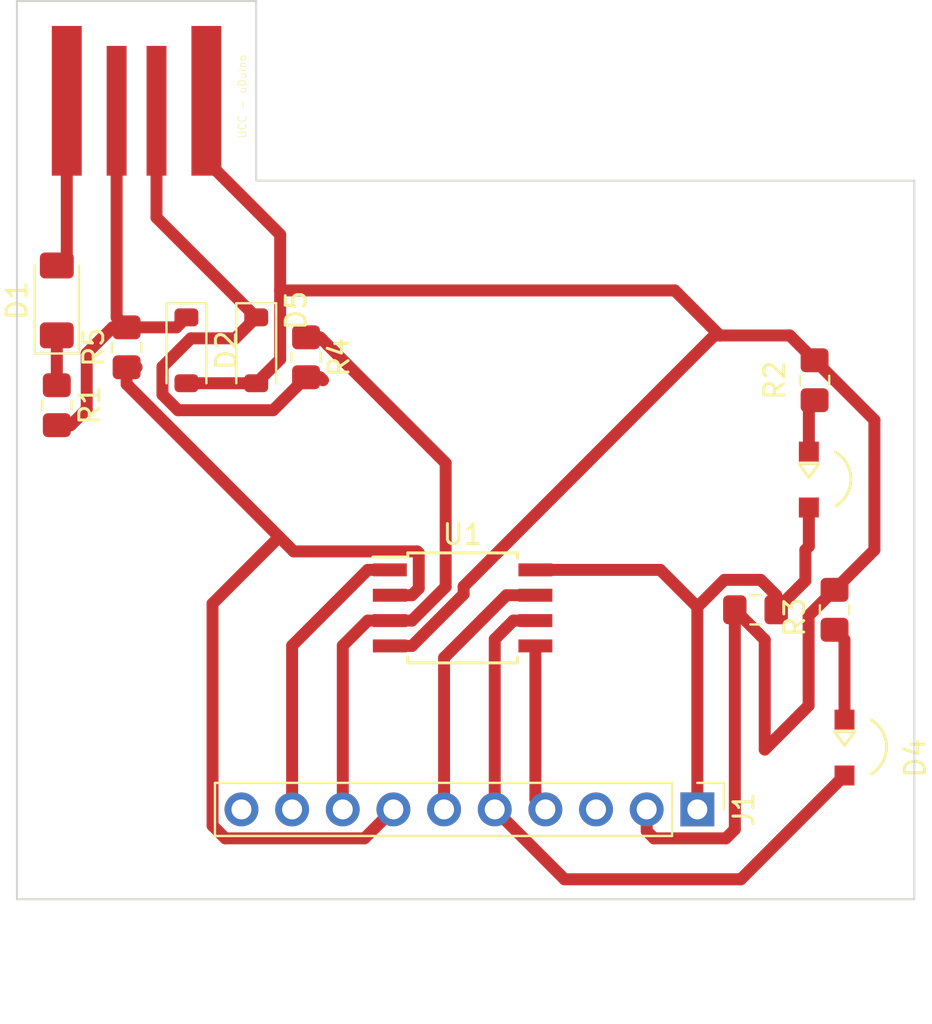
<source format=kicad_pcb>
(kicad_pcb (version 20240108) (generator "pcbnew") (generator_version "8.0")
  (layers (0 "F.Cu" signal) (31 "B.Cu" signal) (34 "B.Paste" user) (35 "F.Paste" user) (36 "B.SilkS" user "B.Silkscreen") (37 "F.SilkS" user "F.Silkscreen") (38 "B.Mask" user) (39 "F.Mask" user) (44 "Edge.Cuts" user))
  (net 0 "")
  (net 1 "GND")
  (net 2 "Net-(D1-A)")
  (net 3 "+5V")
  (net 4 "Net-(D2-K)")
  (net 5 "Net-(D3-K)")
  (net 6 "Net-(D4-K)")
  (net 7 "Net-(D4-A)")
  (net 8 "Net-(D5-K)")
  (net 9 "Net-(J1-Pin_4)")
  (net 10 "Net-(J1-Pin_7)")
  (net 12 "Net-(J1-Pin_6)")
  (net 13 "Net-(J1-Pin_9)")
  (net 14 "Net-(J1-Pin_8)")
  (net 15 "unconnected-(J1-Pin_10-Pad10)")
  (footprint "Diode_SMD:D_SOD-123" (layer "F.Cu") (at 81 76.5 -90)
    (property "Reference" "D5" (at -2 -2 90) (layer "F.SilkS"))
    (property "Value" "D_Zener  3.6V 1/2mW")
    (fp_line (start -2.36 1) (end 1.65 1) (stroke (width 0.12)) (layer "F.SilkS"))
    (fp_line (start -2.36 -1) (end -2.36 1) (stroke (width 0.12)) (layer "F.SilkS"))
    (fp_line (start -2.36 -1) (end 1.65 -1) (stroke (width 0.12)) (layer "F.SilkS"))
    (pad "1" smd roundrect (at -1.65 0 270) (size 0.9 1.2) (layers "F.Cu" "F.Paste" "F.Mask") (net 8 "Net-(D5-K)"))
    (pad "2" smd roundrect (at 1.65 0 270) (size 0.9 1.2) (layers "F.Cu" "F.Paste" "F.Mask") (net 1 "GND"))
  )
  (footprint "Package_SO:SOIC-8W_5.3x5.3mm_P1.27mm" (layer "F.Cu") (at 91.35 89.405)
    (property "Reference" "U1" (at 0 -3.68 0) (layer "F.SilkS"))
    (property "Value" "ATtiny85-20S")
    (fp_line (start -2.75 -2.755) (end -2.75 -2.55) (stroke (width 0.15)) (layer "F.SilkS"))
    (fp_line (start -2.75 -2.755) (end 2.75 -2.755) (stroke (width 0.15)) (layer "F.SilkS"))
    (fp_line (start -2.75 -2.55) (end -4.5 -2.55) (stroke (width 0.15)) (layer "F.SilkS"))
    (fp_line (start -2.75 2.755) (end -2.75 2.455) (stroke (width 0.15)) (layer "F.SilkS"))
    (fp_line (start -2.75 2.755) (end 2.75 2.755) (stroke (width 0.15)) (layer "F.SilkS"))
    (fp_line (start 2.75 -2.755) (end 2.75 -2.455) (stroke (width 0.15)) (layer "F.SilkS"))
    (fp_line (start 2.75 2.755) (end 2.75 2.455) (stroke (width 0.15)) (layer "F.SilkS"))
    (pad "1" smd rect (at -3.65 -1.905) (size 1.7 0.65) (layers "F.Cu" "F.Paste" "F.Mask") (net 13 "Net-(J1-Pin_9)"))
    (pad "2" smd rect (at -3.65 -0.635) (size 1.7 0.65) (layers "F.Cu" "F.Paste" "F.Mask") (net 10 "Net-(J1-Pin_7)"))
    (pad "3" smd rect (at -3.65 0.635) (size 1.7 0.65) (layers "F.Cu" "F.Paste" "F.Mask") (net 14 "Net-(J1-Pin_8)"))
    (pad "4" smd rect (at -3.65 1.905) (size 1.7 0.65) (layers "F.Cu" "F.Paste" "F.Mask") (net 1 "GND"))
    (pad "5" smd rect (at 3.65 1.905) (size 1.7 0.65) (layers "F.Cu" "F.Paste" "F.Mask") (net 9 "Net-(J1-Pin_4)"))
    (pad "6" smd rect (at 3.65 0.635) (size 1.7 0.65) (layers "F.Cu" "F.Paste" "F.Mask") (net 7 "Net-(D4-A)"))
    (pad "7" smd rect (at 3.65 -0.635) (size 1.7 0.65) (layers "F.Cu" "F.Paste" "F.Mask") (net 12 "Net-(J1-Pin_6)"))
    (pad "8" smd rect (at 3.65 -1.905) (size 1.7 0.65) (layers "F.Cu" "F.Paste" "F.Mask") (net 3 "+5V"))
  )
  (footprint "ledSmd:ledSMD" (layer "F.Cu") (at 108.7125 83.375 -90)
    (property "Reference" "D3" (hide yes))
    (property "Value" "LED_RED")
    (fp_line (start -1.2 0.5) (end -1.2 -0.5) (stroke (width 0.15)) (layer "F.SilkS"))
    (fp_line (start -0.5 0) (end -1.2 0.5) (stroke (width 0.15)) (layer "F.SilkS"))
    (fp_line (start -1.15 -0.475) (end -0.5 0) (stroke (width 0.15)) (layer "F.SilkS"))
    (fp_arc (start -1.786089 -1.331572) (mid -0.435753 -2.107089) (end 0.924999 -1.349999) (stroke (width 0.15)) (layer "F.SilkS"))
    (pad "1" smd rect (at -1.8 0 270) (size 1 1) (layers "F.Cu" "F.Paste" "F.Mask") (net 5 "Net-(D3-K)"))
    (pad "2" smd rect (at 1 0 270) (size 1 1) (layers "F.Cu" "F.Paste" "F.Mask") (net 3 "+5V"))
  )
  (footprint "embeddedPcbUsb:USB_A_UCC" (layer "F.Cu") (at 75 64.2 -90)
    (property "Reference" "J2" (hide yes))
    (property "Value" "USB_PCB_A" (hide yes))
    (fp_text user "UCC - uDuino" (at -2.54 -5.08 90) (layer "F.SilkS") (effects (font (size 0.38608 0.38608) (thickness 0.032512)) (justify right top)))
    (pad "1" smd rect (at -0.2 3.5 270) (size 7.5 1.5) (layers "F.Cu" "F.Paste" "F.Mask") (net 2 "Net-(D1-A)"))
    (pad "2" smd rect (at 0.3 1 270) (size 6.5 1) (layers "F.Cu" "F.Paste" "F.Mask") (net 4 "Net-(D2-K)"))
    (pad "3" smd rect (at 0.3 -1 270) (size 6.5 1) (layers "F.Cu" "F.Paste" "F.Mask") (net 8 "Net-(D5-K)"))
    (pad "4" smd rect (at -0.2 -3.5 270) (size 7.5 1.5) (layers "F.Cu" "F.Paste" "F.Mask") (net 1 "GND"))
  )
  (footprint "Capacitor_SMD:C_0805_2012Metric_Pad1.18x1.45mm_HandSolder" (layer "F.Cu") (at 106.0375 89.5 180)
    (property "Reference" "C1" (hide yes))
    (property "Value" "C 0.1u")
    (fp_line (start -0.261252 0.735) (end 0.261252 0.735) (stroke (width 0.12)) (layer "F.SilkS"))
    (fp_line (start -0.261252 -0.735) (end 0.261252 -0.735) (stroke (width 0.12)) (layer "F.SilkS"))
    (pad "1" smd roundrect (at -1.0375 0 180) (size 1.175 1.45) (layers "F.Cu" "F.Paste" "F.Mask") (roundrect_rratio 0.212766) (net 3 "+5V"))
    (pad "2" smd roundrect (at 1.0375 0 180) (size 1.175 1.45) (layers "F.Cu" "F.Paste" "F.Mask") (roundrect_rratio 0.212766) (net 1 "GND"))
  )
  (footprint "Connector_PinHeader_2.54mm:PinHeader_1x10_P2.54mm_Vertical" (layer "F.Cu") (at 103.12 99.5 -90)
    (property "Reference" "J1" (at 0 -2.33 90) (layer "F.SilkS"))
    (property "Value" "Conn_01x10_Socket HEADER")
    (fp_line (start -1.33 24.19) (end 1.33 24.19) (stroke (width 0.12)) (layer "F.SilkS"))
    (fp_line (start -1.33 1.27) (end -1.33 24.19) (stroke (width 0.12)) (layer "F.SilkS"))
    (fp_line (start -1.33 1.27) (end 1.33 1.27) (stroke (width 0.12)) (layer "F.SilkS"))
    (fp_line (start 1.33 1.27) (end 1.33 24.19) (stroke (width 0.12)) (layer "F.SilkS"))
    (fp_line (start -1.33 0) (end -1.33 -1.33) (stroke (width 0.12)) (layer "F.SilkS"))
    (fp_line (start -1.33 -1.33) (end 0 -1.33) (stroke (width 0.12)) (layer "F.SilkS"))
    (pad "1" thru_hole rect (at 0 0 270) (size 1.7 1.7) (drill 1) (layers "*.Cu" "*.Mask") (net 3 "+5V"))
    (pad "2" thru_hole oval (at 0 2.54 270) (size 1.7 1.7) (drill 1) (layers "*.Cu" "*.Mask") (net 1 "GND"))
    (pad "3" thru_hole oval (at 0 5.08 270) (size 1.7 1.7) (drill 1) (layers "*.Cu" "*.Mask"))
    (pad "4" thru_hole oval (at 0 7.62 270) (size 1.7 1.7) (drill 1) (layers "*.Cu" "*.Mask") (net 9 "Net-(J1-Pin_4)"))
    (pad "5" thru_hole oval (at 0 10.16 270) (size 1.7 1.7) (drill 1) (layers "*.Cu" "*.Mask") (net 7 "Net-(D4-A)"))
    (pad "6" thru_hole oval (at 0 12.7 270) (size 1.7 1.7) (drill 1) (layers "*.Cu" "*.Mask") (net 12 "Net-(J1-Pin_6)"))
    (pad "7" thru_hole oval (at 0 15.24 270) (size 1.7 1.7) (drill 1) (layers "*.Cu" "*.Mask") (net 10 "Net-(J1-Pin_7)"))
    (pad "8" thru_hole oval (at 0 17.78 270) (size 1.7 1.7) (drill 1) (layers "*.Cu" "*.Mask") (net 14 "Net-(J1-Pin_8)"))
    (pad "9" thru_hole oval (at 0 20.32 270) (size 1.7 1.7) (drill 1) (layers "*.Cu" "*.Mask") (net 13 "Net-(J1-Pin_9)"))
    (pad "10" thru_hole oval (at 0 22.86 270) (size 1.7 1.7) (drill 1) (layers "*.Cu" "*.Mask") (net 15 "unconnected-(J1-Pin_10-Pad10)"))
  )
  (footprint "Diode_SMD:D_MiniMELF" (layer "F.Cu") (at 71 74 90)
    (property "Reference" "D1" (at 0 -2 90) (layer "F.SilkS"))
    (property "Value" "D_Filled PMLL4148L")
    (fp_line (start 1.75 -1.11) (end -2.66 -1.11) (stroke (width 0.12)) (layer "F.SilkS"))
    (fp_line (start -2.66 -1.11) (end -2.66 1.11) (stroke (width 0.12)) (layer "F.SilkS"))
    (fp_line (start -2.66 1.11) (end 1.75 1.11) (stroke (width 0.12)) (layer "F.SilkS"))
    (pad "1" smd roundrect (at -1.75 0 90) (size 1.3 1.7) (layers "F.Cu" "F.Paste" "F.Mask") (roundrect_rratio 0.1923076923) (net 3 "+5V"))
    (pad "2" smd roundrect (at 1.75 0 90) (size 1.3 1.7) (layers "F.Cu" "F.Paste" "F.Mask") (roundrect_rratio 0.1923076923) (net 2 "Net-(D1-A)"))
  )
  (footprint "ledSmd:ledSMD" (layer "F.Cu") (at 110.5 96.8 -90)
    (property "Reference" "D4" (at 0.125 -3.55 90) (layer "F.SilkS"))
    (property "Value" "LED_GREEN")
    (fp_line (start -1.2 0.5) (end -1.2 -0.5) (stroke (width 0.15)) (layer "F.SilkS"))
    (fp_line (start -0.5 0) (end -1.2 0.5) (stroke (width 0.15)) (layer "F.SilkS"))
    (fp_line (start -1.15 -0.475) (end -0.5 0) (stroke (width 0.15)) (layer "F.SilkS"))
    (fp_arc (start -1.786089 -1.331572) (mid -0.435753 -2.107089) (end 0.924999 -1.349999) (stroke (width 0.15)) (layer "F.SilkS"))
    (pad "1" smd rect (at -1.8 0 270) (size 1 1) (layers "F.Cu" "F.Paste" "F.Mask") (net 6 "Net-(D4-K)"))
    (pad "2" smd rect (at 1 0 270) (size 1 1) (layers "F.Cu" "F.Paste" "F.Mask") (net 7 "Net-(D4-A)"))
  )
  (footprint "Resistor_SMD:R_0805_2012Metric_Pad1.20x1.40mm_HandSolder" (layer "F.Cu") (at 110 89.5 90)
    (property "Reference" "R3" (at -0.375 -2 90) (layer "F.SilkS"))
    (property "Value" "R 330Q 5% 1/8W")
    (fp_line (start -0.227064 -0.735) (end 0.227064 -0.735) (stroke (width 0.12)) (layer "F.SilkS"))
    (fp_line (start -0.227064 0.735) (end 0.227064 0.735) (stroke (width 0.12)) (layer "F.SilkS"))
    (pad "1" smd roundrect (at -1 0 90) (size 1.2 1.4) (layers "F.Cu" "F.Paste" "F.Mask") (roundrect_rratio 0.208333) (net 6 "Net-(D4-K)"))
    (pad "2" smd roundrect (at 1 0 90) (size 1.2 1.4) (layers "F.Cu" "F.Paste" "F.Mask") (roundrect_rratio 0.208333) (net 1 "GND"))
  )
  (footprint "Diode_SMD:D_SOD-123" (layer "F.Cu") (at 77.5 76.5 -90)
    (property "Reference" "D2" (at 0 -2 90) (layer "F.SilkS"))
    (property "Value" "D_Zener 3.6V 1/2mW")
    (fp_line (start -2.36 1) (end 1.65 1) (stroke (width 0.12)) (layer "F.SilkS"))
    (fp_line (start -2.36 -1) (end -2.36 1) (stroke (width 0.12)) (layer "F.SilkS"))
    (fp_line (start -2.36 -1) (end 1.65 -1) (stroke (width 0.12)) (layer "F.SilkS"))
    (pad "1" smd roundrect (at -1.65 0 270) (size 0.9 1.2) (layers "F.Cu" "F.Paste" "F.Mask") (net 4 "Net-(D2-K)"))
    (pad "2" smd roundrect (at 1.65 0 270) (size 0.9 1.2) (layers "F.Cu" "F.Paste" "F.Mask") (net 1 "GND"))
  )
  (footprint "Resistor_SMD:R_0805_2012Metric_Pad1.20x1.40mm_HandSolder" (layer "F.Cu") (at 71 79.25 -90)
    (property "Reference" "R1" (at 0 -1.65 90) (layer "F.SilkS"))
    (property "Value" "R 1.5KQ	5% 1/8W")
    (fp_line (start -0.227064 0.735) (end 0.227064 0.735) (stroke (width 0.12)) (layer "F.SilkS"))
    (fp_line (start -0.227064 -0.735) (end 0.227064 -0.735) (stroke (width 0.12)) (layer "F.SilkS"))
    (pad "1" smd roundrect (at -1 0 270) (size 1.2 1.4) (layers "F.Cu" "F.Paste" "F.Mask") (roundrect_rratio 0.208333) (net 3 "+5V"))
    (pad "2" smd roundrect (at 1 0 270) (size 1.2 1.4) (layers "F.Cu" "F.Paste" "F.Mask") (roundrect_rratio 0.208333) (net 4 "Net-(D2-K)"))
  )
  (footprint "Resistor_SMD:R_0805_2012Metric_Pad1.20x1.40mm_HandSolder" (layer "F.Cu") (at 109 78 90)
    (property "Reference" "R2" (at 0 -2 90) (layer "F.SilkS"))
    (property "Value" "R 330Q 5% 1/8W")
    (fp_line (start -0.227064 -0.735) (end 0.227064 -0.735) (stroke (width 0.12)) (layer "F.SilkS"))
    (fp_line (start -0.227064 0.735) (end 0.227064 0.735) (stroke (width 0.12)) (layer "F.SilkS"))
    (pad "1" smd roundrect (at -1 0 90) (size 1.2 1.4) (layers "F.Cu" "F.Paste" "F.Mask") (roundrect_rratio 0.208333) (net 5 "Net-(D3-K)"))
    (pad "2" smd roundrect (at 1 0 90) (size 1.2 1.4) (layers "F.Cu" "F.Paste" "F.Mask") (roundrect_rratio 0.208333) (net 1 "GND"))
  )
  (footprint "Resistor_SMD:R_0805_2012Metric_Pad1.20x1.40mm_HandSolder" (layer "F.Cu") (at 74.5 76.35 90)
    (property "Reference" "R5" (at 0 -1.65 90) (layer "F.SilkS"))
    (property "Value" "R 68Q 5% 1/8W")
    (fp_line (start -0.227064 -0.735) (end 0.227064 -0.735) (stroke (width 0.12)) (layer "F.SilkS"))
    (fp_line (start -0.227064 0.735) (end 0.227064 0.735) (stroke (width 0.12)) (layer "F.SilkS"))
    (pad "1" smd roundrect (at -1 0 90) (size 1.2 1.4) (layers "F.Cu" "F.Paste" "F.Mask") (roundrect_rratio 0.208333) (net 10 "Net-(J1-Pin_7)"))
    (pad "2" smd roundrect (at 1 0 90) (size 1.2 1.4) (layers "F.Cu" "F.Paste" "F.Mask") (roundrect_rratio 0.208333) (net 4 "Net-(D2-K)"))
  )
  (footprint "Resistor_SMD:R_0805_2012Metric_Pad1.20x1.40mm_HandSolder" (layer "F.Cu") (at 83.5 76.85 -90)
    (property "Reference" "R4" (at 0 -1.65 90) (layer "F.SilkS"))
    (property "Value" "R 68Q 5% 1/8W")
    (fp_line (start -0.227064 0.735) (end 0.227064 0.735) (stroke (width 0.12)) (layer "F.SilkS"))
    (fp_line (start -0.227064 -0.735) (end 0.227064 -0.735) (stroke (width 0.12)) (layer "F.SilkS"))
    (pad "1" smd roundrect (at -1 0 270) (size 1.2 1.4) (layers "F.Cu" "F.Paste" "F.Mask") (roundrect_rratio 0.208333) (net 14 "Net-(J1-Pin_8)"))
    (pad "2" smd roundrect (at 1 0 270) (size 1.2 1.4) (layers "F.Cu" "F.Paste" "F.Mask") (roundrect_rratio 0.208333) (net 8 "Net-(D5-K)"))
  )
  (gr_poly (pts (xy 69 104) (xy 69 59) (xy 81 59) (xy 81 68) (xy 114 68) (xy 114 104)) (stroke (width 0.1)) (fill none) (layer "Edge.Cuts"))
  (segment (start 105 100.5) (end 104.55 100.95) (width 0.6) (layer "F.Cu") (net 1))
  (segment (start 112 86.5) (end 112 79.99099) (width 0.6) (layer "F.Cu") (net 1))
  (segment (start 82.2 76.95) (end 81 78.15) (width 0.6) (layer "F.Cu") (net 1))
  (segment (start 106.5 91) (end 106.5 96.5) (width 0.6) (layer "F.Cu") (net 1))
  (segment (start 87.7 91.31) (end 88.810584 91.31) (width 0.6) (layer "F.Cu") (net 1))
  (segment (start 91.4 88.720584) (end 91.4 88.33) (width 0.6) (layer "F.Cu") (net 1))
  (segment (start 78.5 64) (end 78.5 67) (width 0.6) (layer "F.Cu") (net 1))
  (segment (start 112 79.99099) (end 109.00901 77) (width 0.6) (layer "F.Cu") (net 1))
  (segment (start 103.97375 75.75625) (end 104.24375 75.75625) (width 0.6) (layer "F.Cu") (net 1))
  (segment (start 101.9875 73.5) (end 82.2 73.5) (width 0.6) (layer "F.Cu") (net 1))
  (segment (start 108.7 94.3) (end 108.7 89.79099) (width 0.6) (layer "F.Cu") (net 1))
  (segment (start 109.00901 77) (end 109 77) (width 0.6) (layer "F.Cu") (net 1))
  (segment (start 100.58 100.58) (end 100.58 99.5) (width 0.6) (layer "F.Cu") (net 1))
  (segment (start 108.7 89.79099) (end 109.99099 88.5) (width 0.6) (layer "F.Cu") (net 1))
  (segment (start 77.5 78.15) (end 81 78.15) (width 0.6) (layer "F.Cu") (net 1))
  (segment (start 109 77) (end 107.75625 75.75625) (width 0.6) (layer "F.Cu") (net 1))
  (segment (start 88.810584 91.31) (end 91.4 88.720584) (width 0.6) (layer "F.Cu") (net 1))
  (segment (start 110 88.5) (end 112 86.5) (width 0.6) (layer "F.Cu") (net 1))
  (segment (start 78.5 67) (end 82.2 70.7) (width 0.6) (layer "F.Cu") (net 1))
  (segment (start 91.4 88.33) (end 103.97375 75.75625) (width 0.6) (layer "F.Cu") (net 1))
  (segment (start 82.2 73.5) (end 82.2 76.95) (width 0.6) (layer "F.Cu") (net 1))
  (segment (start 105 89.5) (end 106.5 91) (width 0.6) (layer "F.Cu") (net 1))
  (segment (start 104.24375 75.75625) (end 101.9875 73.5) (width 0.6) (layer "F.Cu") (net 1))
  (segment (start 100.95 100.95) (end 100.58 100.58) (width 0.6) (layer "F.Cu") (net 1))
  (segment (start 106.5 96.5) (end 108.7 94.3) (width 0.6) (layer "F.Cu") (net 1))
  (segment (start 105 89.5) (end 105 100.5) (width 0.6) (layer "F.Cu") (net 1))
  (segment (start 82.2 70.7) (end 82.2 73.5) (width 0.6) (layer "F.Cu") (net 1))
  (segment (start 107.75625 75.75625) (end 104.24375 75.75625) (width 0.6) (layer "F.Cu") (net 1))
  (segment (start 104.55 100.95) (end 100.95 100.95) (width 0.6) (layer "F.Cu") (net 1))
  (segment (start 109.99099 88.5) (end 110 88.5) (width 0.6) (layer "F.Cu") (net 1))
  (segment (start 71.5 71.75) (end 71 72.25) (width 0.6) (layer "F.Cu") (net 2))
  (segment (start 71.5 64) (end 71.5 71.75) (width 0.6) (layer "F.Cu") (net 2))
  (segment (start 71 75.75) (end 71 78.25) (width 0.6) (layer "F.Cu") (net 3))
  (segment (start 103.12 89.35849) (end 103.12 99.5) (width 0.6) (layer "F.Cu") (net 3))
  (segment (start 104.47849 88) (end 103.12 89.35849) (width 0.6) (layer "F.Cu") (net 3))
  (segment (start 108.7125 86.325) (end 108.7125 84.375) (width 0.6) (layer "F.Cu") (net 3))
  (segment (start 106.3 88) (end 104.47849 88) (width 0.6) (layer "F.Cu") (net 3))
  (segment (start 107.075 88.775) (end 106.3 88) (width 0.6) (layer "F.Cu") (net 3))
  (segment (start 95 87.5) (end 101.26151 87.5) (width 0.6) (layer "F.Cu") (net 3))
  (segment (start 108.5375 88.0375) (end 108.5375 86.5) (width 0.6) (layer "F.Cu") (net 3))
  (segment (start 101.26151 87.5) (end 103.12 89.35849) (width 0.6) (layer "F.Cu") (net 3))
  (segment (start 108.5375 86.5) (end 108.7125 86.325) (width 0.6) (layer "F.Cu") (net 3))
  (segment (start 107.075 89.5) (end 108.5375 88.0375) (width 0.6) (layer "F.Cu") (net 3))
  (segment (start 107.075 89.5) (end 107.075 88.775) (width 0.6) (layer "F.Cu") (net 3))
  (segment (start 72.5 76.65) (end 72.5 79.45) (width 0.6) (layer "F.Cu") (net 4))
  (segment (start 74 64.5) (end 74 74.85) (width 0.6) (layer "F.Cu") (net 4))
  (segment (start 77 75.35) (end 77.5 74.85) (width 0.6) (layer "F.Cu") (net 4))
  (segment (start 74.5 75.35) (end 77 75.35) (width 0.6) (layer "F.Cu") (net 4))
  (segment (start 72.5 79.45) (end 71.7 80.25) (width 0.6) (layer "F.Cu") (net 4))
  (segment (start 71.7 80.25) (end 71 80.25) (width 0.6) (layer "F.Cu") (net 4))
  (segment (start 74.5 75.35) (end 73.8 75.35) (width 0.6) (layer "F.Cu") (net 4))
  (segment (start 73.8 75.35) (end 72.5 76.65) (width 0.6) (layer "F.Cu") (net 4))
  (segment (start 74 74.85) (end 74.5 75.35) (width 0.6) (layer "F.Cu") (net 4))
  (segment (start 108.7125 81.575) (end 108.7125 79.2875) (width 0.6) (layer "F.Cu") (net 5))
  (segment (start 108.7125 79.2875) (end 109 79) (width 0.6) (layer "F.Cu") (net 5))
  (segment (start 110.5 91) (end 110 90.5) (width 0.6) (layer "F.Cu") (net 6))
  (segment (start 110 90.5) (end 110 90.8) (width 0.6) (layer "F.Cu") (net 6))
  (segment (start 110.5 95) (end 110.5 91) (width 0.6) (layer "F.Cu") (net 6))
  (segment (start 110.5 97.8) (end 105.3 103) (width 0.6) (layer "F.Cu") (net 7))
  (segment (start 105.3 103) (end 96.46 103) (width 0.6) (layer "F.Cu") (net 7))
  (segment (start 92.96 90.975) (end 92.96 99.5) (width 0.6) (layer "F.Cu") (net 7))
  (segment (start 95 90.04) (end 93.895 90.04) (width 0.6) (layer "F.Cu") (net 7))
  (segment (start 96.46 103) (end 92.96 99.5) (width 0.6) (layer "F.Cu") (net 7))
  (segment (start 93.895 90.04) (end 92.96 90.975) (width 0.6) (layer "F.Cu") (net 7))
  (segment (start 77.07704 79.5) (end 81.85 79.5) (width 0.6) (layer "F.Cu") (net 8))
  (segment (start 79.95 75.9) (end 77.722792 75.9) (width 0.6) (layer "F.Cu") (net 8))
  (segment (start 76 64.5) (end 76 69.85) (width 0.6) (layer "F.Cu") (net 8))
  (segment (start 81 74.85) (end 79.95 75.9) (width 0.6) (layer "F.Cu") (net 8))
  (segment (start 81.85 79.5) (end 83.5 77.85) (width 0.6) (layer "F.Cu") (net 8))
  (segment (start 84.2 77.85) (end 84.35 78) (width 0.6) (layer "F.Cu") (net 8))
  (segment (start 83.5 77.85) (end 84.2 77.85) (width 0.6) (layer "F.Cu") (net 8))
  (segment (start 76 69.85) (end 81 74.85) (width 0.6) (layer "F.Cu") (net 8))
  (segment (start 76.3 78.72296) (end 77.07704 79.5) (width 0.6) (layer "F.Cu") (net 8))
  (segment (start 77.722792 75.9) (end 76.3 77.322792) (width 0.6) (layer "F.Cu") (net 8))
  (segment (start 76.3 77.322792) (end 76.3 78.72296) (width 0.6) (layer "F.Cu") (net 8))
  (segment (start 95 91.31) (end 95 99) (width 0.6) (layer "F.Cu") (net 9))
  (segment (start 95 99) (end 95.5 99.5) (width 0.6) (layer "F.Cu") (net 9))
  (segment (start 89.15 86.65) (end 89.15 88.425) (width 0.6) (layer "F.Cu") (net 10))
  (segment (start 78.81 89.19) (end 82.152124 85.847876) (width 0.6) (layer "F.Cu") (net 10))
  (segment (start 89.15 88.425) (end 88.805 88.77) (width 0.6) (layer "F.Cu") (net 10))
  (segment (start 87.88 99.5) (end 86.43 100.95) (width 0.6) (layer "F.Cu") (net 10))
  (segment (start 82.879248 86.575) (end 89.075 86.575) (width 0.6) (layer "F.Cu") (net 10))
  (segment (start 88.805 88.77) (end 87.7 88.77) (width 0.6) (layer "F.Cu") (net 10))
  (segment (start 74.5 78.195752) (end 82.152124 85.847876) (width 0.6) (layer "F.Cu") (net 10))
  (segment (start 78.81 100.31) (end 78.81 89.19) (width 0.6) (layer "F.Cu") (net 10))
  (segment (start 74.5 77.35) (end 75 77.35) (width 0.6) (layer "F.Cu") (net 10))
  (segment (start 89.075 86.575) (end 89.15 86.65) (width 0.6) (layer "F.Cu") (net 10))
  (segment (start 82.152124 85.847876) (end 82.879248 86.575) (width 0.6) (layer "F.Cu") (net 10))
  (segment (start 86.43 100.95) (end 79.45 100.95) (width 0.6) (layer "F.Cu") (net 10))
  (segment (start 74.5 77.35) (end 74.5 78.195752) (width 0.6) (layer "F.Cu") (net 10))
  (segment (start 79.45 100.95) (end 78.81 100.31) (width 0.6) (layer "F.Cu") (net 10))
  (segment (start 74.49099 77.35) (end 74.5 77.35) (width 0.6) (layer "F.Cu") (net 10))
  (segment (start 90.42 91.9) (end 90.42 99.5) (width 0.6) (layer "F.Cu") (net 12))
  (segment (start 93.55 88.77) (end 90.42 91.9) (width 0.6) (layer "F.Cu") (net 12))
  (segment (start 95 88.77) (end 93.55 88.77) (width 0.6) (layer "F.Cu") (net 12))
  (segment (start 82.8 91.295) (end 82.8 99.5) (width 0.6) (layer "F.Cu") (net 13))
  (segment (start 87.7 87.5) (end 86.595 87.5) (width 0.6) (layer "F.Cu") (net 13))
  (segment (start 86.595 87.5) (end 82.8 91.295) (width 0.6) (layer "F.Cu") (net 13))
  (segment (start 90.5 88.347792) (end 90.5 82.15) (width 0.6) (layer "F.Cu") (net 14))
  (segment (start 86.595 90.04) (end 85.34 91.295) (width 0.6) (layer "F.Cu") (net 14))
  (segment (start 85.34 91.295) (end 85.34 99.5) (width 0.6) (layer "F.Cu") (net 14))
  (segment (start 88.807792 90.04) (end 90.5 88.347792) (width 0.6) (layer "F.Cu") (net 14))
  (segment (start 90.5 82.15) (end 84.2 75.85) (width 0.6) (layer "F.Cu") (net 14))
  (segment (start 87.7 90.04) (end 88.807792 90.04) (width 0.6) (layer "F.Cu") (net 14))
  (segment (start 84.2 75.85) (end 83.5 75.85) (width 0.6) (layer "F.Cu") (net 14))
  (segment (start 87.7 90.04) (end 86.595 90.04) (width 0.6) (layer "F.Cu") (net 14))
  (segment (start 80.26 99.5) (end 80.5 99.5) (width 0.6) (layer "F.Cu") (net 15))
)
</source>
